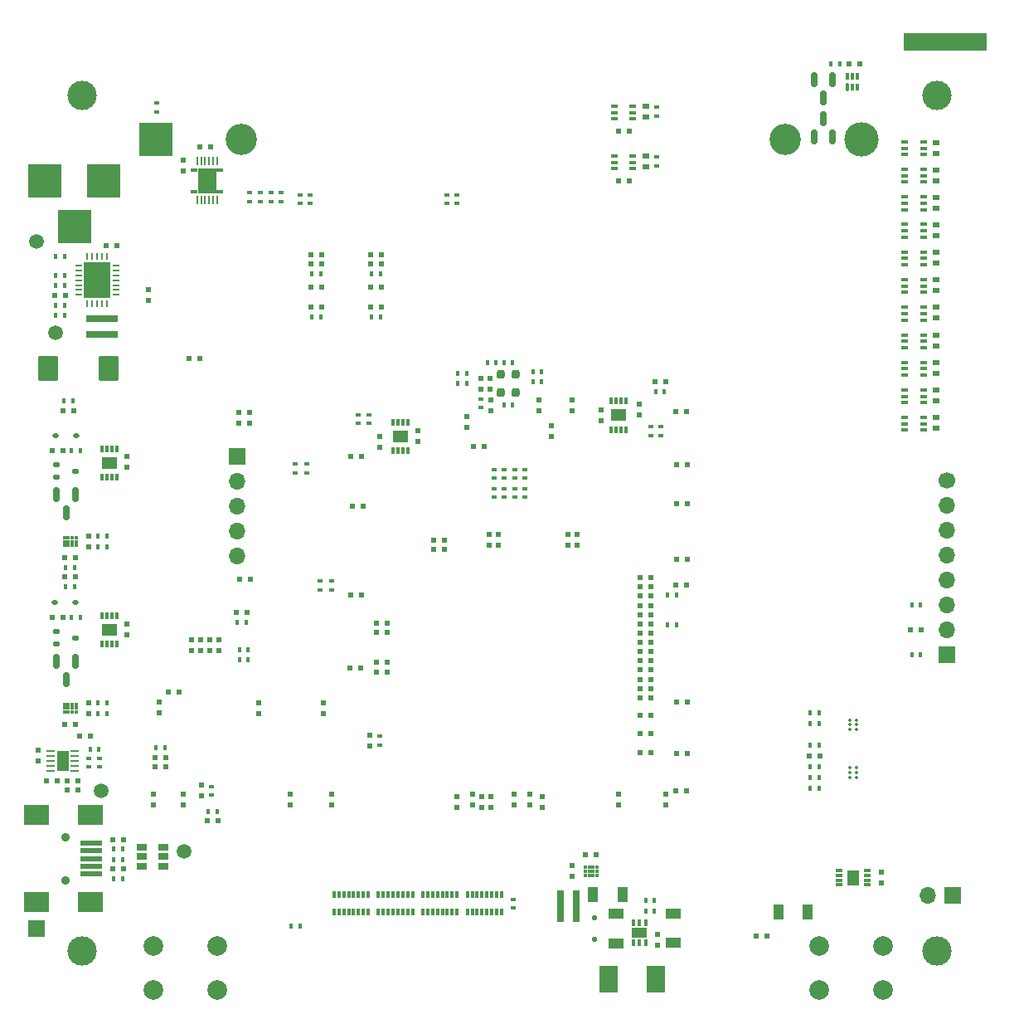
<source format=gbr>
%TF.GenerationSoftware,KiCad,Pcbnew,8.0.5*%
%TF.CreationDate,2024-10-11T17:01:53-05:00*%
%TF.ProjectId,Thermal_Camera,54686572-6d61-46c5-9f43-616d6572612e,rev?*%
%TF.SameCoordinates,Original*%
%TF.FileFunction,Soldermask,Top*%
%TF.FilePolarity,Negative*%
%FSLAX46Y46*%
G04 Gerber Fmt 4.6, Leading zero omitted, Abs format (unit mm)*
G04 Created by KiCad (PCBNEW 8.0.5) date 2024-10-11 17:01:53*
%MOMM*%
%LPD*%
G01*
G04 APERTURE LIST*
G04 Aperture macros list*
%AMRoundRect*
0 Rectangle with rounded corners*
0 $1 Rounding radius*
0 $2 $3 $4 $5 $6 $7 $8 $9 X,Y pos of 4 corners*
0 Add a 4 corners polygon primitive as box body*
4,1,4,$2,$3,$4,$5,$6,$7,$8,$9,$2,$3,0*
0 Add four circle primitives for the rounded corners*
1,1,$1+$1,$2,$3*
1,1,$1+$1,$4,$5*
1,1,$1+$1,$6,$7*
1,1,$1+$1,$8,$9*
0 Add four rect primitives between the rounded corners*
20,1,$1+$1,$2,$3,$4,$5,0*
20,1,$1+$1,$4,$5,$6,$7,0*
20,1,$1+$1,$6,$7,$8,$9,0*
20,1,$1+$1,$8,$9,$2,$3,0*%
G04 Aperture macros list end*
%ADD10R,0.600000X0.500000*%
%ADD11R,0.700000X0.600000*%
%ADD12R,0.500000X0.600000*%
%ADD13C,1.500000*%
%ADD14R,0.400000X0.600000*%
%ADD15R,0.600000X0.400000*%
%ADD16RoundRect,0.100000X-0.225000X-0.100000X0.225000X-0.100000X0.225000X0.100000X-0.225000X0.100000X0*%
%ADD17R,1.060000X0.650000*%
%ADD18R,0.800000X3.200000*%
%ADD19RoundRect,0.200000X0.200000X0.250000X-0.200000X0.250000X-0.200000X-0.250000X0.200000X-0.250000X0*%
%ADD20RoundRect,0.070000X-0.070000X-0.355000X0.070000X-0.355000X0.070000X0.355000X-0.070000X0.355000X0*%
%ADD21RoundRect,0.070000X-0.070000X-0.305000X0.070000X-0.305000X0.070000X0.305000X-0.070000X0.305000X0*%
%ADD22RoundRect,0.250000X0.787500X1.025000X-0.787500X1.025000X-0.787500X-1.025000X0.787500X-1.025000X0*%
%ADD23R,0.300000X0.750000*%
%ADD24R,1.500000X1.300000*%
%ADD25RoundRect,0.150000X-0.150000X0.587500X-0.150000X-0.587500X0.150000X-0.587500X0.150000X0.587500X0*%
%ADD26R,1.000000X1.600000*%
%ADD27R,3.500000X3.500000*%
%ADD28R,0.700000X0.250000*%
%ADD29R,0.250000X0.700000*%
%ADD30R,1.325000X1.825000*%
%ADD31R,0.300000X0.800000*%
%ADD32C,3.000000*%
%ADD33RoundRect,0.112500X-0.237500X0.112500X-0.237500X-0.112500X0.237500X-0.112500X0.237500X0.112500X0*%
%ADD34C,2.000000*%
%ADD35RoundRect,0.112500X0.187500X0.112500X-0.187500X0.112500X-0.187500X-0.112500X0.187500X-0.112500X0*%
%ADD36R,0.200000X0.200000*%
%ADD37O,0.200000X0.850000*%
%ADD38R,0.575000X0.400000*%
%ADD39R,0.675000X0.400000*%
%ADD40R,1.950000X2.600000*%
%ADD41C,0.900000*%
%ADD42R,2.300000X0.500000*%
%ADD43R,2.500000X2.000000*%
%ADD44C,0.365000*%
%ADD45R,3.200000X0.800000*%
%ADD46R,0.350000X0.650000*%
%ADD47R,1.600000X1.000000*%
%ADD48R,1.700000X1.700000*%
%ADD49O,1.700000X1.700000*%
%ADD50RoundRect,0.062500X0.350000X0.062500X-0.350000X0.062500X-0.350000X-0.062500X0.350000X-0.062500X0*%
%ADD51R,1.200000X2.000000*%
%ADD52RoundRect,0.150000X0.150000X-0.587500X0.150000X0.587500X-0.150000X0.587500X-0.150000X-0.587500X0*%
%ADD53C,1.700000*%
%ADD54RoundRect,0.125000X-0.125000X0.125000X-0.125000X-0.125000X0.125000X-0.125000X0.125000X0.125000X0*%
%ADD55R,1.903000X2.790000*%
%ADD56RoundRect,0.067500X-0.097500X-0.067500X0.097500X-0.067500X0.097500X0.067500X-0.097500X0.067500X0*%
%ADD57R,0.750000X0.300000*%
%ADD58R,1.300000X1.500000*%
%ADD59C,3.200000*%
%ADD60C,3.500000*%
G04 APERTURE END LIST*
D10*
%TO.C,C1414*%
X254851700Y-45344300D03*
X253751700Y-45344300D03*
%TD*%
D11*
%TO.C,D2702*%
X262646200Y-57250000D03*
X262646200Y-56150000D03*
%TD*%
D10*
%TO.C,C202*%
X177885000Y-63855600D03*
X178985000Y-63855600D03*
%TD*%
D12*
%TO.C,C1202*%
X234130800Y-135220800D03*
X234130800Y-134120800D03*
%TD*%
D13*
%TO.C,TP2601*%
X177384100Y-119527300D03*
%TD*%
D14*
%TO.C,R1414*%
X252770500Y-45344300D03*
X251870500Y-45344300D03*
%TD*%
D15*
%TO.C,TH1401*%
X194665600Y-59378000D03*
X194665600Y-58478000D03*
%TD*%
D11*
%TO.C,D2803*%
X262646200Y-79729000D03*
X262646200Y-78629000D03*
%TD*%
D15*
%TO.C,R2023*%
X199669400Y-98102000D03*
X199669400Y-99002000D03*
%TD*%
D12*
%TO.C,C1752*%
X216230200Y-120074600D03*
X216230200Y-121174600D03*
%TD*%
D15*
%TO.C,R2411*%
X219576200Y-86722800D03*
X219576200Y-87622800D03*
%TD*%
D10*
%TO.C,C1502*%
X261115000Y-103079800D03*
X260015000Y-103079800D03*
%TD*%
D12*
%TO.C,C1301*%
X225475800Y-128261200D03*
X225475800Y-127161200D03*
%TD*%
D15*
%TO.C,R2604*%
X176114100Y-117081700D03*
X176114100Y-116181700D03*
%TD*%
D12*
%TO.C,C3127*%
X217144600Y-80712400D03*
X217144600Y-79612400D03*
%TD*%
D16*
%TO.C,U2802*%
X259410200Y-75797900D03*
X259410200Y-76447900D03*
X259410200Y-77097900D03*
X261310200Y-77097900D03*
X261310200Y-76447900D03*
X261310200Y-75797900D03*
%TD*%
D10*
%TO.C,C2708*%
X231243000Y-52225300D03*
X230143000Y-52225300D03*
%TD*%
%TO.C,C1755*%
X232368000Y-110007400D03*
X233468000Y-110007400D03*
%TD*%
D12*
%TO.C,C3101*%
X182168800Y-69460200D03*
X182168800Y-68360200D03*
%TD*%
D10*
%TO.C,C603*%
X173422400Y-101836000D03*
X172322400Y-101836000D03*
%TD*%
D17*
%TO.C,U2602*%
X183675200Y-127188000D03*
X183675200Y-126238000D03*
X183675200Y-125288000D03*
X181475200Y-125288000D03*
X181475200Y-126238000D03*
X181475200Y-127188000D03*
%TD*%
D12*
%TO.C,C1731*%
X217170000Y-120074600D03*
X217170000Y-121174600D03*
%TD*%
D14*
%TO.C,R1003*%
X233966600Y-78779600D03*
X234866600Y-78779600D03*
%TD*%
D12*
%TO.C,C3112*%
X219506800Y-120971400D03*
X219506800Y-119871400D03*
%TD*%
D18*
%TO.C,R1205*%
X225844000Y-131241800D03*
X224244000Y-131241800D03*
%TD*%
D14*
%TO.C,R2017*%
X249765400Y-118160800D03*
X250665400Y-118160800D03*
%TD*%
D16*
%TO.C,U2701*%
X259410200Y-53299600D03*
X259410200Y-53949600D03*
X259410200Y-54599600D03*
X261310200Y-54599600D03*
X261310200Y-53949600D03*
X261310200Y-53299600D03*
%TD*%
D19*
%TO.C,X2401*%
X219640800Y-78879000D03*
X219640800Y-77029000D03*
X218190800Y-77029000D03*
X218190800Y-78879000D03*
%TD*%
D12*
%TO.C,C3114*%
X230174800Y-120971400D03*
X230174800Y-119871400D03*
%TD*%
D20*
%TO.C,U1403*%
X253579000Y-47701800D03*
D21*
X254079000Y-47751800D03*
X254579000Y-47751800D03*
X254579000Y-46601800D03*
X254079000Y-46601800D03*
X253579000Y-46601800D03*
%TD*%
D15*
%TO.C,R2413*%
X217518800Y-86722800D03*
X217518800Y-87622800D03*
%TD*%
D14*
%TO.C,R2406*%
X214692200Y-77979400D03*
X213792200Y-77979400D03*
%TD*%
D10*
%TO.C,C1741*%
X232368000Y-101549200D03*
X233468000Y-101549200D03*
%TD*%
D12*
%TO.C,C3109*%
X185699400Y-120971400D03*
X185699400Y-119871400D03*
%TD*%
D10*
%TO.C,C1405*%
X186292400Y-75438000D03*
X187392400Y-75438000D03*
%TD*%
D14*
%TO.C,R605*%
X177019800Y-110548200D03*
X177919800Y-110548200D03*
%TD*%
D10*
%TO.C,C3123*%
X236076400Y-86258400D03*
X237176400Y-86258400D03*
%TD*%
D13*
%TO.C,TP203*%
X172694600Y-72745600D03*
%TD*%
D10*
%TO.C,C2904*%
X199863800Y-65760600D03*
X198763800Y-65760600D03*
%TD*%
D11*
%TO.C,D2703*%
X262646200Y-60056100D03*
X262646200Y-58956100D03*
%TD*%
D12*
%TO.C,C3126*%
X222072200Y-80737800D03*
X222072200Y-79637800D03*
%TD*%
D22*
%TO.C,C203*%
X178121400Y-76380700D03*
X171896400Y-76380700D03*
%TD*%
D10*
%TO.C,C1742*%
X232368000Y-106248200D03*
X233468000Y-106248200D03*
%TD*%
%TO.C,C1764*%
X211286000Y-94843600D03*
X212386000Y-94843600D03*
%TD*%
D23*
%TO.C,U902*%
X208649000Y-81901600D03*
X208149000Y-81901600D03*
X207649000Y-81901600D03*
X207149000Y-81901600D03*
X207149000Y-84801600D03*
X207649000Y-84801600D03*
X208149000Y-84801600D03*
X208649000Y-84801600D03*
D24*
X207899000Y-83351600D03*
%TD*%
D16*
%TO.C,U2706*%
X259410200Y-67353000D03*
X259410200Y-68003000D03*
X259410200Y-68653000D03*
X261310200Y-68653000D03*
X261310200Y-68003000D03*
X261310200Y-67353000D03*
%TD*%
D14*
%TO.C,R2014*%
X249765400Y-112674400D03*
X250665400Y-112674400D03*
%TD*%
%TO.C,R206*%
X173601800Y-67970400D03*
X172701800Y-67970400D03*
%TD*%
D25*
%TO.C,Q1402*%
X252057200Y-46950500D03*
X250157200Y-46950500D03*
X251107200Y-48825500D03*
%TD*%
D12*
%TO.C,C2602*%
X170876900Y-116495900D03*
X170876900Y-115395900D03*
%TD*%
D10*
%TO.C,C1754*%
X232368000Y-108127800D03*
X233468000Y-108127800D03*
%TD*%
D11*
%TO.C,D2704*%
X262646200Y-62875500D03*
X262646200Y-61775500D03*
%TD*%
D26*
%TO.C,C2104*%
X246505600Y-131876800D03*
X249505600Y-131876800D03*
%TD*%
D10*
%TO.C,C1761*%
X211286000Y-93903800D03*
X212386000Y-93903800D03*
%TD*%
D15*
%TO.C,R2904*%
X197637400Y-58706600D03*
X197637400Y-59606600D03*
%TD*%
D16*
%TO.C,U2708*%
X229743000Y-49657000D03*
X229743000Y-50307000D03*
X229743000Y-50957000D03*
X231643000Y-50957000D03*
X231643000Y-50307000D03*
X231643000Y-49657000D03*
%TD*%
D27*
%TO.C,J201*%
X177602400Y-57242200D03*
X171602400Y-57242200D03*
X174602400Y-61942200D03*
%TD*%
D12*
%TO.C,C2402*%
X216121800Y-78504000D03*
X216121800Y-77404000D03*
%TD*%
D10*
%TO.C,C702*%
X173643200Y-112725200D03*
X174743200Y-112725200D03*
%TD*%
D14*
%TO.C,R404*%
X174327400Y-84836000D03*
X175227400Y-84836000D03*
%TD*%
D10*
%TO.C,C2906*%
X199863800Y-68122800D03*
X198763800Y-68122800D03*
%TD*%
D15*
%TO.C,R2407*%
X220617600Y-89578600D03*
X220617600Y-88678600D03*
%TD*%
D11*
%TO.C,D2705*%
X262646200Y-65645300D03*
X262646200Y-64545300D03*
%TD*%
D14*
%TO.C,R402*%
X174465400Y-79705200D03*
X173565400Y-79705200D03*
%TD*%
D12*
%TO.C,C503*%
X179960700Y-86492700D03*
X179960700Y-85392700D03*
%TD*%
D28*
%TO.C,U201*%
X178836400Y-68911600D03*
X178836400Y-68411600D03*
X178836400Y-67911600D03*
X178836400Y-67411600D03*
X178836400Y-66911600D03*
X178836400Y-66411600D03*
X178836400Y-65911600D03*
D29*
X177936400Y-65011600D03*
X177436400Y-65011600D03*
X176936400Y-65011600D03*
X176436400Y-65011600D03*
X175936400Y-65011600D03*
D28*
X175036400Y-65911600D03*
X175036400Y-66411600D03*
X175036400Y-66911600D03*
X175036400Y-67411600D03*
X175036400Y-67911600D03*
X175036400Y-68411600D03*
X175036400Y-68911600D03*
D29*
X175936400Y-69811600D03*
X176436400Y-69811600D03*
X176936400Y-69811600D03*
X177436400Y-69811600D03*
X177936400Y-69811600D03*
D30*
X177598900Y-68324100D03*
X177598900Y-66499100D03*
X176273900Y-68324100D03*
X176273900Y-66499100D03*
%TD*%
D10*
%TO.C,C3124*%
X236051000Y-80797400D03*
X237151000Y-80797400D03*
%TD*%
%TO.C,C1001*%
X233866600Y-77814400D03*
X234966600Y-77814400D03*
%TD*%
%TO.C,C3129*%
X204080200Y-90500200D03*
X202980200Y-90500200D03*
%TD*%
D14*
%TO.C,L1501*%
X260115000Y-105619800D03*
X261015000Y-105619800D03*
%TD*%
D10*
%TO.C,C1732*%
X232368000Y-98704400D03*
X233468000Y-98704400D03*
%TD*%
D12*
%TO.C,C1703*%
X216941400Y-94453800D03*
X216941400Y-93353800D03*
%TD*%
D31*
%TO.C,RN2103*%
X209147800Y-130112000D03*
X208647800Y-130112000D03*
X208147800Y-130112000D03*
X207647800Y-130112000D03*
X207147800Y-130112000D03*
X206647800Y-130112000D03*
X206147800Y-130112000D03*
X205647800Y-130112000D03*
X205647800Y-131912000D03*
X206147800Y-131912000D03*
X206647800Y-131912000D03*
X207147800Y-131912000D03*
X207647800Y-131912000D03*
X208147800Y-131912000D03*
X208647800Y-131912000D03*
X209147800Y-131912000D03*
%TD*%
D14*
%TO.C,R601*%
X174643200Y-98686400D03*
X173743200Y-98686400D03*
%TD*%
D10*
%TO.C,C2601*%
X171779500Y-118511300D03*
X172879500Y-118511300D03*
%TD*%
%TO.C,C2501*%
X182838000Y-117043200D03*
X183938000Y-117043200D03*
%TD*%
D32*
%TO.C,H3002*%
X262712400Y-135826600D03*
%TD*%
D14*
%TO.C,R2905*%
X204943200Y-66751200D03*
X205843200Y-66751200D03*
%TD*%
D10*
%TO.C,C1718*%
X232368000Y-99644200D03*
X233468000Y-99644200D03*
%TD*%
D14*
%TO.C,R2415*%
X217664000Y-75795000D03*
X216764000Y-75795000D03*
%TD*%
%TO.C,R208*%
X172701800Y-71018400D03*
X173601800Y-71018400D03*
%TD*%
D33*
%TO.C,Q601*%
X172761400Y-103243400D03*
X172761400Y-104543400D03*
X174761400Y-103893400D03*
%TD*%
D34*
%TO.C,SW1501*%
X257173800Y-139816400D03*
X250673800Y-139816400D03*
X257173800Y-135316400D03*
X250673800Y-135316400D03*
%TD*%
D35*
%TO.C,D601*%
X174743900Y-100286600D03*
X172643900Y-100286600D03*
%TD*%
D16*
%TO.C,U2801*%
X259410200Y-72991800D03*
X259410200Y-73641800D03*
X259410200Y-74291800D03*
X261310200Y-74291800D03*
X261310200Y-73641800D03*
X261310200Y-72991800D03*
%TD*%
D12*
%TO.C,C1713*%
X225018600Y-94453800D03*
X225018600Y-93353800D03*
%TD*%
D26*
%TO.C,C1203*%
X227576200Y-130124200D03*
X230576200Y-130124200D03*
%TD*%
D12*
%TO.C,C3111*%
X200914000Y-120971400D03*
X200914000Y-119871400D03*
%TD*%
D10*
%TO.C,C2901*%
X205943200Y-64820800D03*
X204843200Y-64820800D03*
%TD*%
D15*
%TO.C,R2021*%
X198374000Y-87064000D03*
X198374000Y-86164000D03*
%TD*%
D32*
%TO.C,H3003*%
X175412400Y-48526600D03*
%TD*%
D10*
%TO.C,C3103*%
X191448600Y-97917000D03*
X192548600Y-97917000D03*
%TD*%
D14*
%TO.C,R2019*%
X249765400Y-119278400D03*
X250665400Y-119278400D03*
%TD*%
D16*
%TO.C,U2702*%
X259410200Y-56100800D03*
X259410200Y-56750800D03*
X259410200Y-57400800D03*
X261310200Y-57400800D03*
X261310200Y-56750800D03*
X261310200Y-56100800D03*
%TD*%
D10*
%TO.C,C2902*%
X199863800Y-64846200D03*
X198763800Y-64846200D03*
%TD*%
D12*
%TO.C,C1601*%
X204786900Y-114926200D03*
X204786900Y-113826200D03*
%TD*%
D36*
%TO.C,U1401*%
X189163200Y-54951600D03*
D37*
X189163200Y-55276600D03*
D36*
X188763200Y-54951600D03*
D37*
X188763200Y-55276600D03*
D36*
X188363200Y-54951600D03*
D37*
X188363200Y-55276600D03*
D36*
X187963200Y-54951600D03*
D37*
X187963200Y-55276600D03*
D36*
X187563200Y-54951600D03*
D37*
X187563200Y-55276600D03*
D36*
X187163200Y-54951600D03*
D37*
X187163200Y-55276600D03*
X187163200Y-59226600D03*
D36*
X187163200Y-59551600D03*
D37*
X187563200Y-59226600D03*
D36*
X187563200Y-59551600D03*
D37*
X187963200Y-59226600D03*
D36*
X187963200Y-59551600D03*
D37*
X188363200Y-59226600D03*
D36*
X188363200Y-59551600D03*
D37*
X188763200Y-59226600D03*
D36*
X188763200Y-59551600D03*
D37*
X189163200Y-59226600D03*
D36*
X189163200Y-59551600D03*
D38*
X189528200Y-56151600D03*
D39*
X189475700Y-56151600D03*
X186850700Y-56151600D03*
D38*
X186798200Y-56151600D03*
D40*
X188163200Y-57251600D03*
D38*
X189528200Y-58351600D03*
D39*
X189475700Y-58351600D03*
X186850700Y-58351600D03*
D38*
X186798200Y-58351600D03*
%TD*%
D12*
%TO.C,C1751*%
X213639400Y-120074600D03*
X213639400Y-121174600D03*
%TD*%
%TO.C,C3132*%
X193446400Y-111598800D03*
X193446400Y-110498800D03*
%TD*%
%TO.C,C3116*%
X215290400Y-120971400D03*
X215290400Y-119871400D03*
%TD*%
D14*
%TO.C,R2205*%
X191447000Y-106095800D03*
X192347000Y-106095800D03*
%TD*%
%TO.C,R2206*%
X191447000Y-105156000D03*
X192347000Y-105156000D03*
%TD*%
D12*
%TO.C,C803*%
X205808300Y-83357500D03*
X205808300Y-84457500D03*
%TD*%
%TO.C,C2401*%
X217036200Y-78504000D03*
X217036200Y-77404000D03*
%TD*%
D15*
%TO.C,R803*%
X203608100Y-81138100D03*
X203608100Y-82038100D03*
%TD*%
%TO.C,R2405*%
X219576200Y-89578600D03*
X219576200Y-88678600D03*
%TD*%
D10*
%TO.C,C1753*%
X232368000Y-102489000D03*
X233468000Y-102489000D03*
%TD*%
D12*
%TO.C,C1004*%
X232311700Y-81188100D03*
X232311700Y-80088100D03*
%TD*%
D14*
%TO.C,R1703*%
X236085800Y-102539800D03*
X235185800Y-102539800D03*
%TD*%
D10*
%TO.C,C1730*%
X232368000Y-105308400D03*
X233468000Y-105308400D03*
%TD*%
D14*
%TO.C,R602*%
X174643200Y-96705200D03*
X173743200Y-96705200D03*
%TD*%
D12*
%TO.C,C701*%
X176098200Y-110524200D03*
X176098200Y-111624200D03*
%TD*%
%TO.C,C3108*%
X182651400Y-120971400D03*
X182651400Y-119871400D03*
%TD*%
D14*
%TO.C,R1202*%
X232944200Y-131749800D03*
X233844200Y-131749800D03*
%TD*%
D32*
%TO.C,H3001*%
X175412400Y-135826600D03*
%TD*%
D12*
%TO.C,C903*%
X209677000Y-83901600D03*
X209677000Y-82801600D03*
%TD*%
D10*
%TO.C,C2907*%
X204843200Y-70166900D03*
X205943200Y-70166900D03*
%TD*%
%TO.C,C3121*%
X236076400Y-95910400D03*
X237176400Y-95910400D03*
%TD*%
D14*
%TO.C,R1203*%
X232944200Y-130683000D03*
X233844200Y-130683000D03*
%TD*%
D15*
%TO.C,R1407*%
X192532000Y-58478000D03*
X192532000Y-59378000D03*
%TD*%
D14*
%TO.C,R2602*%
X178645400Y-126517400D03*
X179545400Y-126517400D03*
%TD*%
D15*
%TO.C,R1402*%
X193598800Y-58478000D03*
X193598800Y-59378000D03*
%TD*%
D10*
%TO.C,C1743*%
X232368000Y-111836200D03*
X233468000Y-111836200D03*
%TD*%
D41*
%TO.C,J2601*%
X173747800Y-124215800D03*
X173747800Y-128615800D03*
D42*
X176347800Y-124815800D03*
X176347800Y-125615800D03*
X176347800Y-126415800D03*
X176347800Y-127215800D03*
X176347800Y-128015800D03*
D43*
X170747800Y-121965800D03*
X170747800Y-130865800D03*
X176247800Y-121965800D03*
X176247800Y-130865800D03*
%TD*%
D10*
%TO.C,C1727*%
X232368000Y-115646200D03*
X233468000Y-115646200D03*
%TD*%
D44*
%TO.C,U1301*%
X227980800Y-127311200D03*
X227980800Y-127711200D03*
X227980800Y-128111200D03*
X227580800Y-127311200D03*
X227580800Y-127711200D03*
X227580800Y-128111200D03*
X227180800Y-127311200D03*
X227180800Y-127711200D03*
X227180800Y-128111200D03*
X226780800Y-127311200D03*
X226780800Y-127711200D03*
X226780800Y-128111200D03*
%TD*%
D14*
%TO.C,R2013*%
X249765400Y-111556800D03*
X250665400Y-111556800D03*
%TD*%
D45*
%TO.C,R207*%
X177419000Y-71310600D03*
X177419000Y-72910600D03*
%TD*%
D14*
%TO.C,R2603*%
X178645400Y-125476000D03*
X179545400Y-125476000D03*
%TD*%
D15*
%TO.C,R2902*%
X212623400Y-58706600D03*
X212623400Y-59606600D03*
%TD*%
D13*
%TO.C,TP2602*%
X185851800Y-125704600D03*
%TD*%
D46*
%TO.C,U1201*%
X232977400Y-132935000D03*
X232327400Y-132935000D03*
X231677400Y-132935000D03*
X231677400Y-135035000D03*
X232327400Y-135035000D03*
X232977400Y-135035000D03*
D47*
X232327400Y-133985000D03*
%TD*%
D15*
%TO.C,R2710*%
X234035600Y-55735400D03*
X234035600Y-54835400D03*
%TD*%
D12*
%TO.C,C3131*%
X200025000Y-111624200D03*
X200025000Y-110524200D03*
%TD*%
D10*
%TO.C,C401*%
X174565400Y-80695800D03*
X173465400Y-80695800D03*
%TD*%
D15*
%TO.C,R2103*%
X219462800Y-131462000D03*
X219462800Y-130562000D03*
%TD*%
D10*
%TO.C,C2603*%
X175013100Y-118511300D03*
X173913100Y-118511300D03*
%TD*%
D16*
%TO.C,U2704*%
X259410200Y-61726300D03*
X259410200Y-62376300D03*
X259410200Y-63026300D03*
X261310200Y-63026300D03*
X261310200Y-62376300D03*
X261310200Y-61726300D03*
%TD*%
D10*
%TO.C,C3102*%
X191423200Y-80873600D03*
X192523200Y-80873600D03*
%TD*%
%TO.C,C3120*%
X236051000Y-98552000D03*
X237151000Y-98552000D03*
%TD*%
D15*
%TO.C,R2903*%
X198678300Y-58706600D03*
X198678300Y-59606600D03*
%TD*%
D48*
%TO.C,J1502*%
X264292000Y-130149600D03*
D49*
X261752000Y-130149600D03*
%TD*%
D10*
%TO.C,C502*%
X173643200Y-95732600D03*
X174743200Y-95732600D03*
%TD*%
%TO.C,C2709*%
X231243000Y-57305300D03*
X230143000Y-57305300D03*
%TD*%
D14*
%TO.C,R2202*%
X192169200Y-102297900D03*
X191269200Y-102297900D03*
%TD*%
D12*
%TO.C,C2211*%
X189357000Y-105172600D03*
X189357000Y-104072600D03*
%TD*%
D11*
%TO.C,D2706*%
X262646200Y-68464700D03*
X262646200Y-67364700D03*
%TD*%
D10*
%TO.C,C3118*%
X236076400Y-115671600D03*
X237176400Y-115671600D03*
%TD*%
D44*
%TO.C,U701*%
X173593200Y-111474200D03*
X173593200Y-111074200D03*
X173593200Y-110674200D03*
X173993200Y-111474200D03*
X173993200Y-111074200D03*
X173993200Y-110674200D03*
X174393200Y-111474200D03*
X174393200Y-111074200D03*
X174393200Y-110674200D03*
X174793200Y-111474200D03*
X174793200Y-111074200D03*
X174793200Y-110674200D03*
%TD*%
D14*
%TO.C,R2503*%
X189197400Y-121589800D03*
X188297400Y-121589800D03*
%TD*%
D11*
%TO.C,D2802*%
X262646200Y-76909600D03*
X262646200Y-75809600D03*
%TD*%
D10*
%TO.C,C2605*%
X175013100Y-119451100D03*
X173913100Y-119451100D03*
%TD*%
D32*
%TO.C,H3004*%
X262712400Y-48526600D03*
%TD*%
D10*
%TO.C,C3130*%
X203927800Y-99568000D03*
X202827800Y-99568000D03*
%TD*%
D12*
%TO.C,C2205*%
X186588400Y-105172600D03*
X186588400Y-104072600D03*
%TD*%
D10*
%TO.C,C2908*%
X198763800Y-70179000D03*
X199863800Y-70179000D03*
%TD*%
D31*
%TO.C,RN2104*%
X204626600Y-130112000D03*
X204126600Y-130112000D03*
X203626600Y-130112000D03*
X203126600Y-130112000D03*
X202626600Y-130112000D03*
X202126600Y-130112000D03*
X201626600Y-130112000D03*
X201126600Y-130112000D03*
X201126600Y-131912000D03*
X201626600Y-131912000D03*
X202126600Y-131912000D03*
X202626600Y-131912000D03*
X203126600Y-131912000D03*
X203626600Y-131912000D03*
X204126600Y-131912000D03*
X204626600Y-131912000D03*
%TD*%
D16*
%TO.C,U2707*%
X259410200Y-70172400D03*
X259410200Y-70822400D03*
X259410200Y-71472400D03*
X261310200Y-71472400D03*
X261310200Y-70822400D03*
X261310200Y-70172400D03*
%TD*%
D15*
%TO.C,R2412*%
X218534800Y-86722800D03*
X218534800Y-87622800D03*
%TD*%
D10*
%TO.C,C1716*%
X232368000Y-104368600D03*
X233468000Y-104368600D03*
%TD*%
D16*
%TO.C,U2803*%
X259410200Y-78617300D03*
X259410200Y-79267300D03*
X259410200Y-79917300D03*
X261310200Y-79917300D03*
X261310200Y-79267300D03*
X261310200Y-78617300D03*
%TD*%
D14*
%TO.C,R2404*%
X221419000Y-76758800D03*
X222319000Y-76758800D03*
%TD*%
D12*
%TO.C,C1401*%
X185699400Y-55203000D03*
X185699400Y-56303000D03*
%TD*%
D10*
%TO.C,C2604*%
X179645400Y-127508000D03*
X178545400Y-127508000D03*
%TD*%
%TO.C,C2103*%
X244229800Y-134366000D03*
X245329800Y-134366000D03*
%TD*%
D50*
%TO.C,U2601*%
X174629400Y-117453900D03*
X174629400Y-116953900D03*
X174629400Y-116453900D03*
X174629400Y-115953900D03*
X174629400Y-115453900D03*
X172204400Y-115453900D03*
X172204400Y-115953900D03*
X172204400Y-116453900D03*
X172204400Y-116953900D03*
X172204400Y-117453900D03*
D51*
X173416900Y-116453900D03*
%TD*%
D15*
%TO.C,L2401*%
X216128600Y-79509200D03*
X216128600Y-80409200D03*
%TD*%
D12*
%TO.C,C1739*%
X222427800Y-120074600D03*
X222427800Y-121174600D03*
%TD*%
D44*
%TO.C,U501*%
X173593200Y-94481600D03*
X173593200Y-94081600D03*
X173593200Y-93681600D03*
X173993200Y-94481600D03*
X173993200Y-94081600D03*
X173993200Y-93681600D03*
X174393200Y-94481600D03*
X174393200Y-94081600D03*
X174393200Y-93681600D03*
X174793200Y-94481600D03*
X174793200Y-94081600D03*
X174793200Y-93681600D03*
%TD*%
D10*
%TO.C,C1702*%
X206544000Y-107365800D03*
X205444000Y-107365800D03*
%TD*%
%TO.C,C2502*%
X189297400Y-122580400D03*
X188197400Y-122580400D03*
%TD*%
D14*
%TO.C,R2016*%
X249765400Y-117068600D03*
X250665400Y-117068600D03*
%TD*%
D35*
%TO.C,D401*%
X174788900Y-83286600D03*
X172688900Y-83286600D03*
%TD*%
D14*
%TO.C,R2910*%
X198863800Y-71170800D03*
X199763800Y-71170800D03*
%TD*%
D10*
%TO.C,C1714*%
X206544000Y-106426000D03*
X205444000Y-106426000D03*
%TD*%
D12*
%TO.C,C3125*%
X225450400Y-80712400D03*
X225450400Y-79612400D03*
%TD*%
D10*
%TO.C,C2204*%
X191169200Y-101307300D03*
X192269200Y-101307300D03*
%TD*%
D15*
%TO.C,R1602*%
X205790800Y-114826200D03*
X205790800Y-113926200D03*
%TD*%
D14*
%TO.C,R2601*%
X177107000Y-115239800D03*
X176207000Y-115239800D03*
%TD*%
%TO.C,R607*%
X177019800Y-111615000D03*
X177919800Y-111615000D03*
%TD*%
%TO.C,R209*%
X173601800Y-69951600D03*
X172701800Y-69951600D03*
%TD*%
D13*
%TO.C,TP202*%
X170764200Y-63449200D03*
%TD*%
D10*
%TO.C,C2905*%
X205943200Y-68122800D03*
X204843200Y-68122800D03*
%TD*%
D52*
%TO.C,Q1401*%
X250154400Y-52776600D03*
X252054400Y-52776600D03*
X251104400Y-50901600D03*
%TD*%
D25*
%TO.C,Q602*%
X174711400Y-106308700D03*
X172811400Y-106308700D03*
X173761400Y-108183700D03*
%TD*%
D48*
%TO.C,J1501*%
X263722000Y-105628200D03*
D49*
X263722000Y-103088200D03*
X263722000Y-100548200D03*
X263722000Y-98008200D03*
X263722000Y-95468200D03*
X263722000Y-92928200D03*
X263722000Y-90388200D03*
D53*
X263722000Y-87848200D03*
%TD*%
D15*
%TO.C,R805*%
X204674900Y-81138100D03*
X204674900Y-82038100D03*
%TD*%
D14*
%TO.C,R2906*%
X198863800Y-66751200D03*
X199763800Y-66751200D03*
%TD*%
%TO.C,R2909*%
X204943200Y-71170800D03*
X205843200Y-71170800D03*
%TD*%
D12*
%TO.C,C2305*%
X257048000Y-127821600D03*
X257048000Y-128921600D03*
%TD*%
D14*
%TO.C,R2414*%
X222319000Y-77800200D03*
X221419000Y-77800200D03*
%TD*%
D11*
%TO.C,D2804*%
X262646200Y-82536300D03*
X262646200Y-81436300D03*
%TD*%
D15*
%TO.C,R1004*%
X234508700Y-83242800D03*
X234508700Y-82342800D03*
%TD*%
%TO.C,R2403*%
X218534800Y-89578600D03*
X218534800Y-88678600D03*
%TD*%
D25*
%TO.C,Q402*%
X174711400Y-89308700D03*
X172811400Y-89308700D03*
X173761400Y-91183700D03*
%TD*%
D15*
%TO.C,R2605*%
X177180900Y-116181700D03*
X177180900Y-117081700D03*
%TD*%
D12*
%TO.C,C2405*%
X214674000Y-81315600D03*
X214674000Y-82415600D03*
%TD*%
D14*
%TO.C,R2504*%
X182938000Y-115087400D03*
X183838000Y-115087400D03*
%TD*%
%TO.C,R1704*%
X236085800Y-99491800D03*
X235185800Y-99491800D03*
%TD*%
%TO.C,L1502*%
X261015000Y-100539800D03*
X260115000Y-100539800D03*
%TD*%
D10*
%TO.C,C2606*%
X179645400Y-124485400D03*
X178545400Y-124485400D03*
%TD*%
D47*
%TO.C,C1201*%
X235737400Y-135027800D03*
X235737400Y-132027800D03*
%TD*%
D12*
%TO.C,C2509*%
X187604400Y-120057000D03*
X187604400Y-118957000D03*
%TD*%
D54*
%TO.C,D1201*%
X227755400Y-132453200D03*
X227755400Y-134653200D03*
%TD*%
D15*
%TO.C,R2901*%
X213690200Y-58706600D03*
X213690200Y-59606600D03*
%TD*%
%TO.C,R2024*%
X197129400Y-87064000D03*
X197129400Y-86164000D03*
%TD*%
D16*
%TO.C,U2709*%
X229743000Y-54737000D03*
X229743000Y-55387000D03*
X229743000Y-56037000D03*
X231643000Y-56037000D03*
X231643000Y-55387000D03*
X231643000Y-54737000D03*
%TD*%
D12*
%TO.C,C3115*%
X235026200Y-120971400D03*
X235026200Y-119871400D03*
%TD*%
D15*
%TO.C,R2410*%
X220617600Y-86722800D03*
X220617600Y-87622800D03*
%TD*%
D55*
%TO.C,L1201*%
X233998300Y-138734800D03*
X229145300Y-138734800D03*
%TD*%
D12*
%TO.C,C501*%
X176098200Y-93531600D03*
X176098200Y-94631600D03*
%TD*%
D10*
%TO.C,C3122*%
X236076400Y-90195400D03*
X237176400Y-90195400D03*
%TD*%
D16*
%TO.C,U2705*%
X259410200Y-64533600D03*
X259410200Y-65183600D03*
X259410200Y-65833600D03*
X261310200Y-65833600D03*
X261310200Y-65183600D03*
X261310200Y-64533600D03*
%TD*%
D10*
%TO.C,C1704*%
X232368000Y-103428800D03*
X233468000Y-103428800D03*
%TD*%
D12*
%TO.C,C703*%
X179959000Y-103623200D03*
X179959000Y-102523200D03*
%TD*%
D16*
%TO.C,U2703*%
X259410200Y-58906900D03*
X259410200Y-59556900D03*
X259410200Y-60206900D03*
X261310200Y-60206900D03*
X261310200Y-59556900D03*
X261310200Y-58906900D03*
%TD*%
D11*
%TO.C,D2801*%
X262646200Y-74103500D03*
X262646200Y-73003500D03*
%TD*%
D10*
%TO.C,C3133*%
X203826200Y-106984800D03*
X202726200Y-106984800D03*
%TD*%
D15*
%TO.C,R1415*%
X182981600Y-49359400D03*
X182981600Y-50259400D03*
%TD*%
D10*
%TO.C,C1706*%
X232368000Y-107188000D03*
X233468000Y-107188000D03*
%TD*%
D12*
%TO.C,C2210*%
X188442600Y-105172600D03*
X188442600Y-104072600D03*
%TD*%
%TO.C,C1103*%
X228416200Y-80642600D03*
X228416200Y-81742600D03*
%TD*%
D10*
%TO.C,C3128*%
X203927800Y-85369400D03*
X202827800Y-85369400D03*
%TD*%
%TO.C,C2002*%
X250765400Y-115951000D03*
X249665400Y-115951000D03*
%TD*%
D12*
%TO.C,C1715*%
X225958400Y-94453800D03*
X225958400Y-93353800D03*
%TD*%
D10*
%TO.C,C2903*%
X205943200Y-65760600D03*
X204843200Y-65760600D03*
%TD*%
D47*
%TO.C,C1204*%
X229889000Y-132053200D03*
X229889000Y-135053200D03*
%TD*%
D10*
%TO.C,C601*%
X174743200Y-97695800D03*
X173643200Y-97695800D03*
%TD*%
D15*
%TO.C,TH1402*%
X195732400Y-59378000D03*
X195732400Y-58478000D03*
%TD*%
D10*
%TO.C,C1740*%
X206544000Y-102412800D03*
X205444000Y-102412800D03*
%TD*%
D14*
%TO.C,R2015*%
X249765400Y-114858800D03*
X250665400Y-114858800D03*
%TD*%
D12*
%TO.C,C3106*%
X183235600Y-110473400D03*
X183235600Y-111573400D03*
%TD*%
D10*
%TO.C,C1729*%
X232368000Y-100609400D03*
X233468000Y-100609400D03*
%TD*%
D12*
%TO.C,C3110*%
X196646800Y-120971400D03*
X196646800Y-119871400D03*
%TD*%
D10*
%TO.C,C2404*%
X215343200Y-84380200D03*
X216443200Y-84380200D03*
%TD*%
D14*
%TO.C,R211*%
X173601800Y-66903600D03*
X172701800Y-66903600D03*
%TD*%
%TO.C,R405*%
X177019800Y-93548200D03*
X177919800Y-93548200D03*
%TD*%
D10*
%TO.C,C1717*%
X232368000Y-113665000D03*
X233468000Y-113665000D03*
%TD*%
D11*
%TO.C,D2701*%
X262646200Y-54448800D03*
X262646200Y-53348800D03*
%TD*%
D10*
%TO.C,C1728*%
X206544000Y-103352600D03*
X205444000Y-103352600D03*
%TD*%
D56*
%TO.C,D2001*%
X253837800Y-112276000D03*
X253837800Y-112776000D03*
X253837800Y-113276000D03*
X254517800Y-113276000D03*
X254517800Y-112776000D03*
X254517800Y-112276000D03*
%TD*%
D23*
%TO.C,U702*%
X178931000Y-101623200D03*
X178431000Y-101623200D03*
X177931000Y-101623200D03*
X177431000Y-101623200D03*
X177431000Y-104523200D03*
X177931000Y-104523200D03*
X178431000Y-104523200D03*
X178931000Y-104523200D03*
D24*
X178181000Y-103073200D03*
%TD*%
D15*
%TO.C,R2022*%
X200914000Y-98102000D03*
X200914000Y-99002000D03*
%TD*%
D11*
%TO.C,D2709*%
X232979000Y-55835400D03*
X232979000Y-54735400D03*
%TD*%
D14*
%TO.C,R2104*%
X197630200Y-133299200D03*
X196730200Y-133299200D03*
%TD*%
D11*
%TO.C,D2708*%
X232979000Y-50755400D03*
X232979000Y-49655400D03*
%TD*%
D10*
%TO.C,C3107*%
X175167200Y-113893600D03*
X176267200Y-113893600D03*
%TD*%
D15*
%TO.C,R2709*%
X234035600Y-50655400D03*
X234035600Y-49755400D03*
%TD*%
D12*
%TO.C,C2202*%
X187502800Y-105172600D03*
X187502800Y-104072600D03*
%TD*%
D10*
%TO.C,C403*%
X173422400Y-84836000D03*
X172322400Y-84836000D03*
%TD*%
%TO.C,C2503*%
X182838000Y-116103400D03*
X183938000Y-116103400D03*
%TD*%
D16*
%TO.C,U2804*%
X259410200Y-81424600D03*
X259410200Y-82074600D03*
X259410200Y-82724600D03*
X261310200Y-82724600D03*
X261310200Y-82074600D03*
X261310200Y-81424600D03*
%TD*%
D12*
%TO.C,C3113*%
X221107000Y-120971400D03*
X221107000Y-119871400D03*
%TD*%
D14*
%TO.C,R604*%
X174327400Y-101836000D03*
X175227400Y-101836000D03*
%TD*%
%TO.C,R2401*%
X219365800Y-80163800D03*
X218465800Y-80163800D03*
%TD*%
D56*
%TO.C,D2002*%
X253837800Y-117152800D03*
X253837800Y-117652800D03*
X253837800Y-118152800D03*
X254517800Y-118152800D03*
X254517800Y-117652800D03*
X254517800Y-117152800D03*
%TD*%
D10*
%TO.C,C1408*%
X187384600Y-53848000D03*
X188484600Y-53848000D03*
%TD*%
%TO.C,C1302*%
X227930800Y-126060200D03*
X226830800Y-126060200D03*
%TD*%
%TO.C,C3117*%
X236051000Y-119532400D03*
X237151000Y-119532400D03*
%TD*%
D14*
%TO.C,R2408*%
X214692200Y-76912600D03*
X213792200Y-76912600D03*
%TD*%
%TO.C,R407*%
X177019800Y-94615000D03*
X177919800Y-94615000D03*
%TD*%
D34*
%TO.C,SW2501*%
X189203400Y-139816400D03*
X182703400Y-139816400D03*
X189203400Y-135316400D03*
X182703400Y-135316400D03*
%TD*%
D23*
%TO.C,U1102*%
X229450200Y-82642600D03*
X229950200Y-82642600D03*
X230450200Y-82642600D03*
X230950200Y-82642600D03*
X230950200Y-79742600D03*
X230450200Y-79742600D03*
X229950200Y-79742600D03*
X229450200Y-79742600D03*
D24*
X230200200Y-81192600D03*
%TD*%
D31*
%TO.C,RN2102*%
X213694400Y-130112000D03*
X213194400Y-130112000D03*
X212694400Y-130112000D03*
X212194400Y-130112000D03*
X211694400Y-130112000D03*
X211194400Y-130112000D03*
X210694400Y-130112000D03*
X210194400Y-130112000D03*
X210194400Y-131912000D03*
X210694400Y-131912000D03*
X211194400Y-131912000D03*
X211694400Y-131912000D03*
X212194400Y-131912000D03*
X212694400Y-131912000D03*
X213194400Y-131912000D03*
X213694400Y-131912000D03*
%TD*%
D10*
%TO.C,C201*%
X173701800Y-68961000D03*
X172601800Y-68961000D03*
%TD*%
D33*
%TO.C,Q401*%
X172761400Y-86243400D03*
X172761400Y-87543400D03*
X174761400Y-86893400D03*
%TD*%
D10*
%TO.C,C3104*%
X191423200Y-82016600D03*
X192523200Y-82016600D03*
%TD*%
D14*
%TO.C,R2409*%
X218465800Y-75795000D03*
X219365800Y-75795000D03*
%TD*%
D11*
%TO.C,D2707*%
X262646200Y-71284100D03*
X262646200Y-70184100D03*
%TD*%
D10*
%TO.C,C1705*%
X232368000Y-109067600D03*
X233468000Y-109067600D03*
%TD*%
D15*
%TO.C,R2402*%
X217518800Y-89578600D03*
X217518800Y-88678600D03*
%TD*%
D10*
%TO.C,C3119*%
X236076400Y-110464600D03*
X237176400Y-110464600D03*
%TD*%
D23*
%TO.C,U502*%
X178931000Y-84605200D03*
X178431000Y-84605200D03*
X177931000Y-84605200D03*
X177431000Y-84605200D03*
X177431000Y-87505200D03*
X177931000Y-87505200D03*
X178431000Y-87505200D03*
X178931000Y-87505200D03*
D24*
X178181000Y-86055200D03*
%TD*%
D12*
%TO.C,C2403*%
X223284600Y-82255400D03*
X223284600Y-83355400D03*
%TD*%
D15*
%TO.C,R2505*%
X188608300Y-119957000D03*
X188608300Y-119057000D03*
%TD*%
D10*
%TO.C,C1744*%
X232368000Y-97764600D03*
X233468000Y-97764600D03*
%TD*%
D15*
%TO.C,R1006*%
X233441900Y-83242800D03*
X233441900Y-82342800D03*
%TD*%
D57*
%TO.C,U2302*%
X252677000Y-127621600D03*
X252677000Y-128121600D03*
X252677000Y-128621600D03*
X252677000Y-129121600D03*
X255577000Y-129121600D03*
X255577000Y-128621600D03*
X255577000Y-128121600D03*
X255577000Y-127621600D03*
D58*
X254127000Y-128371600D03*
%TD*%
D14*
%TO.C,R204*%
X172701800Y-64998600D03*
X173601800Y-64998600D03*
%TD*%
D12*
%TO.C,C1701*%
X217881200Y-94453800D03*
X217881200Y-93353800D03*
%TD*%
D10*
%TO.C,C3105*%
X184209600Y-109397800D03*
X185309600Y-109397800D03*
%TD*%
D31*
%TO.C,RN2101*%
X218241000Y-130112000D03*
X217741000Y-130112000D03*
X217241000Y-130112000D03*
X216741000Y-130112000D03*
X216241000Y-130112000D03*
X215741000Y-130112000D03*
X215241000Y-130112000D03*
X214741000Y-130112000D03*
X214741000Y-131912000D03*
X215241000Y-131912000D03*
X215741000Y-131912000D03*
X216241000Y-131912000D03*
X216741000Y-131912000D03*
X217241000Y-131912000D03*
X217741000Y-131912000D03*
X218241000Y-131912000D03*
%TD*%
D14*
%TO.C,R2606*%
X178645400Y-128498600D03*
X179545400Y-128498600D03*
%TD*%
D59*
%TO.C,J1401*%
X191618400Y-53035200D03*
X247228400Y-53035200D03*
D27*
X182973400Y-53035200D03*
D60*
X254973400Y-53035200D03*
%TD*%
D48*
%TO.C,J2002*%
X191211200Y-85394800D03*
D49*
X191211200Y-87934800D03*
X191211200Y-90474800D03*
X191211200Y-93014800D03*
X191211200Y-95554800D03*
%TD*%
D48*
%TO.C,TP201*%
X170764200Y-133559400D03*
%TD*%
G36*
X267748494Y-42194906D02*
G01*
X267766800Y-42239100D01*
X267766800Y-43955700D01*
X267748494Y-43999894D01*
X267704300Y-44018200D01*
X259371100Y-44018200D01*
X259326906Y-43999894D01*
X259308600Y-43955700D01*
X259308600Y-42239100D01*
X259326906Y-42194906D01*
X259371100Y-42176600D01*
X267704300Y-42176600D01*
X267748494Y-42194906D01*
G37*
M02*

</source>
